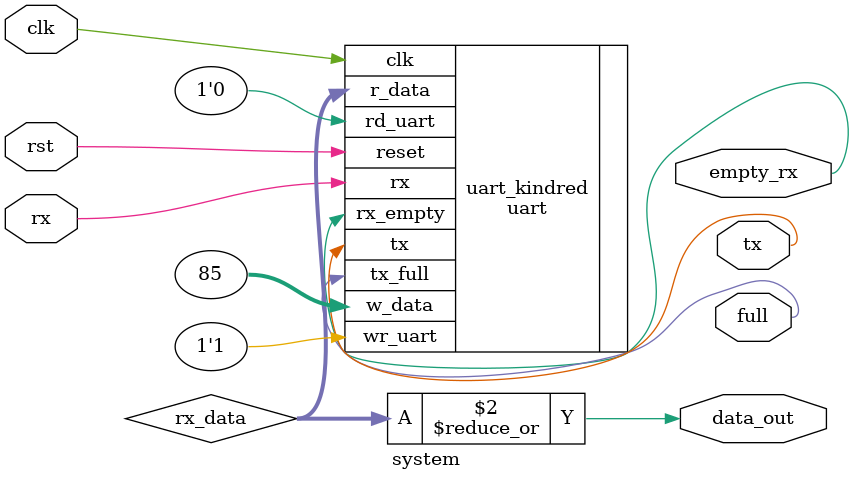
<source format=v>


/*#
# SharkBoad
# Copyright (C) 2012 Bogotá, Colombia
#
# This program is free software: you can redistribute it and/or modify
# it under the terms of the GNU General Public License as published by
# the Free Software Foundation, version 3 of the License.
#
# This program is distributed in the hope that it will be useful,
# but WITHOUT ANY WARRANTY; without even the implied warranty of
# MERCHANTABILITY or FITNESS FOR A PARTICULAR PURPOSE.  See the
# GNU General Public License for more details.
#
# You should have received a copy of the GNU General Public License
# along with this program.  If not, see <http://www.gnu.org/licenses/>.
#*/

module system
#(parameter	clk_freq	= 50000000) 
(
	input		clk, rst, rx,
	output		tx,full, empty_rx, data_out


);
/*Declaración de cables*/

wire [7:0]  rx_data;
 
/*Decaración demódulos*/

	/*Control section: Esté módulo cnntrola la operación del datapath. 
	Contiene toda la lógica que permite decidir 
        los pasos a seguir para llevar a cabo la intrucciónes de la Main Memory.*/

	uart uart_kindred(
	    	.clk(clk), 
		.reset(rst),
	    	.rd_uart(1'b0),
		.wr_uart(1'b1), 
		.rx(rx),
	    	.w_data(85), 
	    	.tx_full(full), 
		.rx_empty(empty_rx), 
		.tx(tx),
	    	.r_data(rx_data)
	);

assign data_out= |rx_data;


endmodule

</source>
